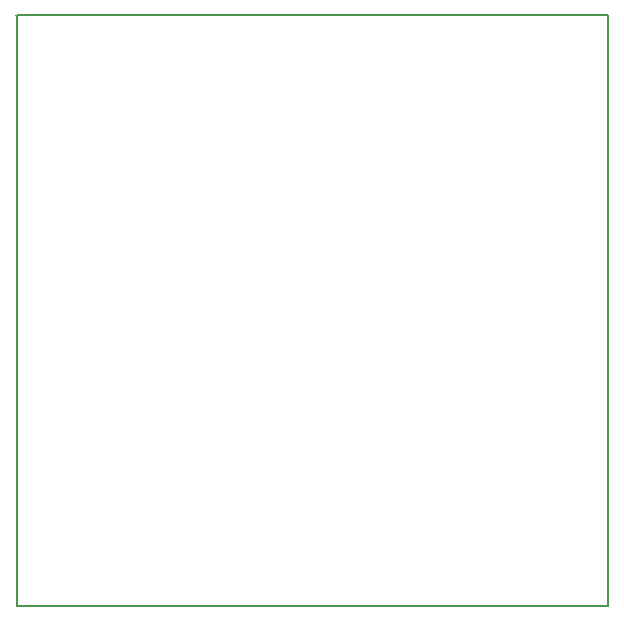
<source format=gko>
%FSLAX24Y24*%
%MOIN*%
G70*
G01*
G75*
G04 Layer_Color=16711935*
%ADD10R,0.0433X0.0394*%
%ADD11R,0.0394X0.0433*%
%ADD12R,0.0354X0.0276*%
%ADD13R,0.0276X0.0354*%
%ADD14O,0.0787X0.0236*%
%ADD15C,0.0100*%
%ADD16R,0.0100X0.0200*%
%ADD17R,0.0591X0.0591*%
%ADD18C,0.0591*%
%ADD19C,0.1969*%
%ADD20C,0.0500*%
%ADD21C,0.0098*%
%ADD22C,0.0236*%
%ADD23C,0.0079*%
%ADD24C,0.0039*%
%ADD25C,0.0090*%
%ADD26C,0.0080*%
%ADD27R,0.0513X0.0474*%
%ADD28R,0.0474X0.0513*%
%ADD29R,0.0434X0.0356*%
%ADD30R,0.0356X0.0434*%
%ADD31O,0.0867X0.0316*%
%ADD32R,0.0671X0.0671*%
%ADD33C,0.0671*%
%ADD34C,0.2049*%
%ADD35C,0.0580*%
D23*
X19685D01*
X-39Y19685D02*
X0Y19646D01*
Y0D02*
Y19685D01*
X19685D01*
Y0D02*
Y19685D01*
M02*

</source>
